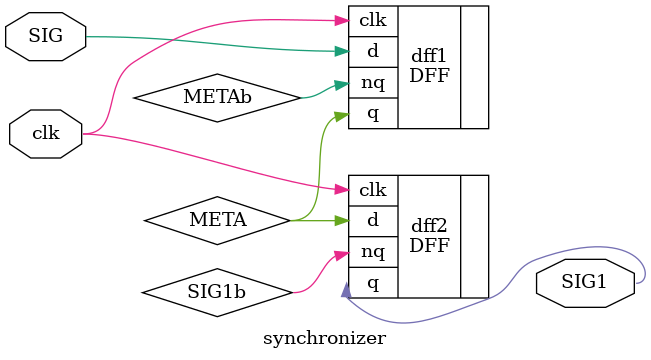
<source format=v>
`timescale 1ns / 1ps


module synchronizer(input SIG,clk,output SIG1);
wire META;
wire METAb;
wire SIG1b;
DFF dff1(.clk(clk),.d(SIG),.q(META),.nq(METAb));
DFF dff2(.clk(clk),.d(META),.q(SIG1),.nq(SIG1b));
endmodule
</source>
